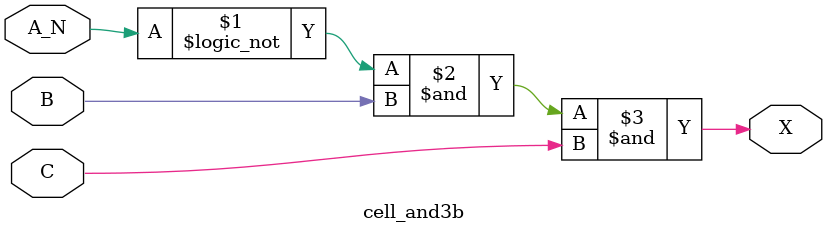
<source format=v>
`timescale 1ps/1ps
module cell_and3b
(
    input wire A_N,
    input wire B,
    input wire C,
    output wire X
);
    assign X = !A_N & B & C;
endmodule

</source>
